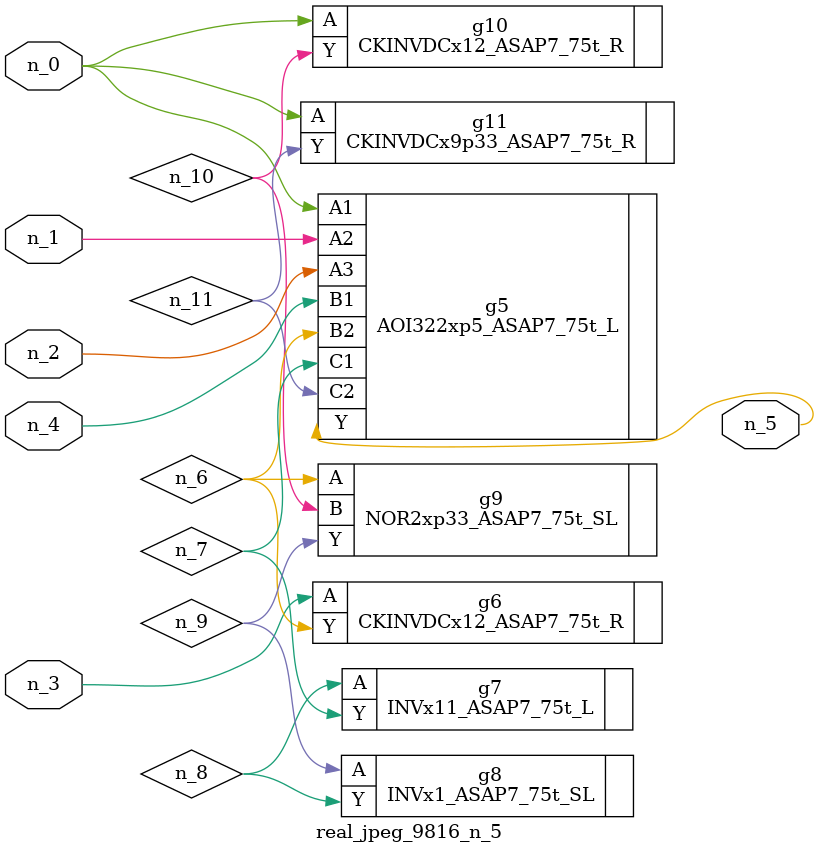
<source format=v>
module real_jpeg_9816_n_5 (n_4, n_0, n_1, n_2, n_3, n_5);

input n_4;
input n_0;
input n_1;
input n_2;
input n_3;

output n_5;

wire n_8;
wire n_11;
wire n_6;
wire n_7;
wire n_10;
wire n_9;

AOI322xp5_ASAP7_75t_L g5 ( 
.A1(n_0),
.A2(n_1),
.A3(n_2),
.B1(n_4),
.B2(n_6),
.C1(n_7),
.C2(n_11),
.Y(n_5)
);

CKINVDCx12_ASAP7_75t_R g10 ( 
.A(n_0),
.Y(n_10)
);

CKINVDCx9p33_ASAP7_75t_R g11 ( 
.A(n_0),
.Y(n_11)
);

CKINVDCx12_ASAP7_75t_R g6 ( 
.A(n_3),
.Y(n_6)
);

NOR2xp33_ASAP7_75t_SL g9 ( 
.A(n_6),
.B(n_10),
.Y(n_9)
);

INVx11_ASAP7_75t_L g7 ( 
.A(n_8),
.Y(n_7)
);

INVx1_ASAP7_75t_SL g8 ( 
.A(n_9),
.Y(n_8)
);


endmodule
</source>
